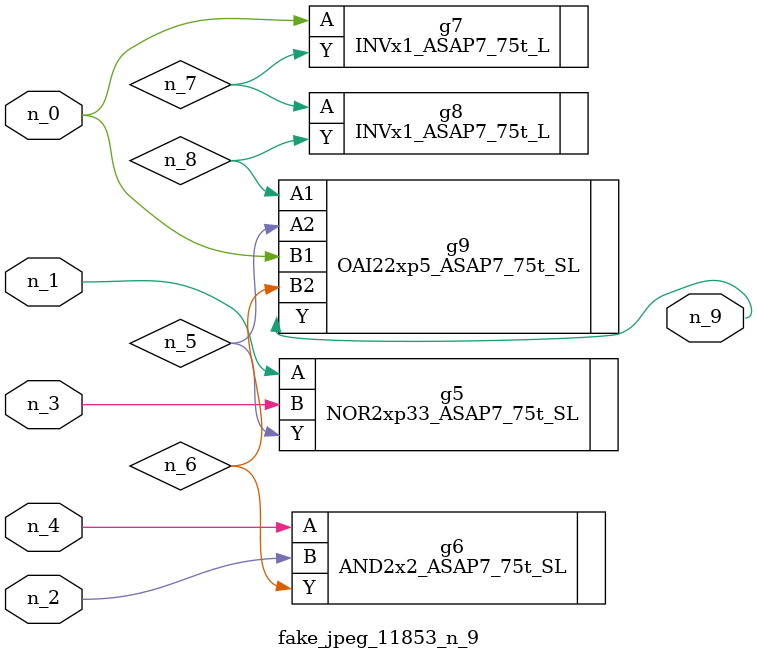
<source format=v>
module fake_jpeg_11853_n_9 (n_3, n_2, n_1, n_0, n_4, n_9);

input n_3;
input n_2;
input n_1;
input n_0;
input n_4;

output n_9;

wire n_8;
wire n_6;
wire n_5;
wire n_7;

NOR2xp33_ASAP7_75t_SL g5 ( 
.A(n_1),
.B(n_3),
.Y(n_5)
);

AND2x2_ASAP7_75t_SL g6 ( 
.A(n_4),
.B(n_2),
.Y(n_6)
);

INVx1_ASAP7_75t_L g7 ( 
.A(n_0),
.Y(n_7)
);

INVx1_ASAP7_75t_L g8 ( 
.A(n_7),
.Y(n_8)
);

OAI22xp5_ASAP7_75t_SL g9 ( 
.A1(n_8),
.A2(n_5),
.B1(n_0),
.B2(n_6),
.Y(n_9)
);


endmodule
</source>
